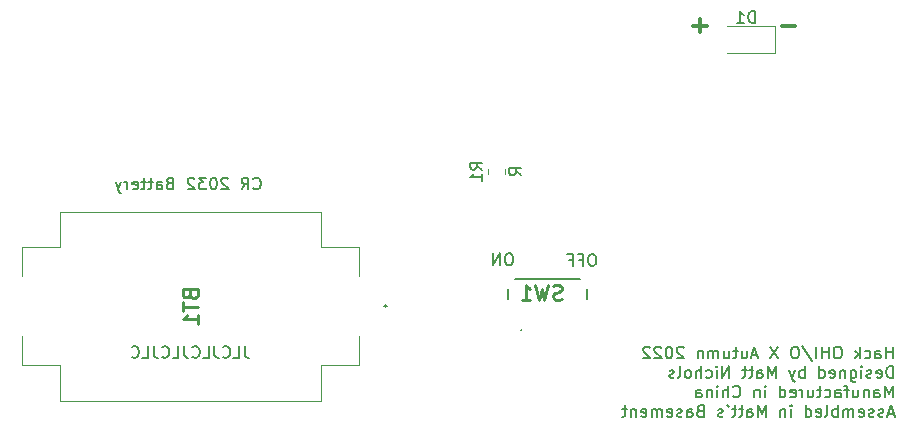
<source format=gbr>
%TF.GenerationSoftware,KiCad,Pcbnew,(5.1.10)-1*%
%TF.CreationDate,2022-09-07T22:56:21-04:00*%
%TF.ProjectId,HACK Badges,4841434b-2042-4616-9467-65732e6b6963,rev?*%
%TF.SameCoordinates,Original*%
%TF.FileFunction,Legend,Bot*%
%TF.FilePolarity,Positive*%
%FSLAX46Y46*%
G04 Gerber Fmt 4.6, Leading zero omitted, Abs format (unit mm)*
G04 Created by KiCad (PCBNEW (5.1.10)-1) date 2022-09-07 22:56:21*
%MOMM*%
%LPD*%
G01*
G04 APERTURE LIST*
%ADD10C,0.150000*%
%ADD11C,0.300000*%
%ADD12C,0.200000*%
%ADD13C,0.100000*%
%ADD14C,0.120000*%
%ADD15C,0.254000*%
G04 APERTURE END LIST*
D10*
X152459047Y-126472380D02*
X152459047Y-127186666D01*
X152506666Y-127329523D01*
X152601904Y-127424761D01*
X152744761Y-127472380D01*
X152840000Y-127472380D01*
X151506666Y-127472380D02*
X151982857Y-127472380D01*
X151982857Y-126472380D01*
X150601904Y-127377142D02*
X150649523Y-127424761D01*
X150792380Y-127472380D01*
X150887619Y-127472380D01*
X151030476Y-127424761D01*
X151125714Y-127329523D01*
X151173333Y-127234285D01*
X151220952Y-127043809D01*
X151220952Y-126900952D01*
X151173333Y-126710476D01*
X151125714Y-126615238D01*
X151030476Y-126520000D01*
X150887619Y-126472380D01*
X150792380Y-126472380D01*
X150649523Y-126520000D01*
X150601904Y-126567619D01*
X149887619Y-126472380D02*
X149887619Y-127186666D01*
X149935238Y-127329523D01*
X150030476Y-127424761D01*
X150173333Y-127472380D01*
X150268571Y-127472380D01*
X148935238Y-127472380D02*
X149411428Y-127472380D01*
X149411428Y-126472380D01*
X148030476Y-127377142D02*
X148078095Y-127424761D01*
X148220952Y-127472380D01*
X148316190Y-127472380D01*
X148459047Y-127424761D01*
X148554285Y-127329523D01*
X148601904Y-127234285D01*
X148649523Y-127043809D01*
X148649523Y-126900952D01*
X148601904Y-126710476D01*
X148554285Y-126615238D01*
X148459047Y-126520000D01*
X148316190Y-126472380D01*
X148220952Y-126472380D01*
X148078095Y-126520000D01*
X148030476Y-126567619D01*
X147316190Y-126472380D02*
X147316190Y-127186666D01*
X147363809Y-127329523D01*
X147459047Y-127424761D01*
X147601904Y-127472380D01*
X147697142Y-127472380D01*
X146363809Y-127472380D02*
X146840000Y-127472380D01*
X146840000Y-126472380D01*
X145459047Y-127377142D02*
X145506666Y-127424761D01*
X145649523Y-127472380D01*
X145744761Y-127472380D01*
X145887619Y-127424761D01*
X145982857Y-127329523D01*
X146030476Y-127234285D01*
X146078095Y-127043809D01*
X146078095Y-126900952D01*
X146030476Y-126710476D01*
X145982857Y-126615238D01*
X145887619Y-126520000D01*
X145744761Y-126472380D01*
X145649523Y-126472380D01*
X145506666Y-126520000D01*
X145459047Y-126567619D01*
X144744761Y-126472380D02*
X144744761Y-127186666D01*
X144792380Y-127329523D01*
X144887619Y-127424761D01*
X145030476Y-127472380D01*
X145125714Y-127472380D01*
X143792380Y-127472380D02*
X144268571Y-127472380D01*
X144268571Y-126472380D01*
X142887619Y-127377142D02*
X142935238Y-127424761D01*
X143078095Y-127472380D01*
X143173333Y-127472380D01*
X143316190Y-127424761D01*
X143411428Y-127329523D01*
X143459047Y-127234285D01*
X143506666Y-127043809D01*
X143506666Y-126900952D01*
X143459047Y-126710476D01*
X143411428Y-126615238D01*
X143316190Y-126520000D01*
X143173333Y-126472380D01*
X143078095Y-126472380D01*
X142935238Y-126520000D01*
X142887619Y-126567619D01*
D11*
X199061428Y-99397142D02*
X197918571Y-99397142D01*
X191581428Y-99337142D02*
X190438571Y-99337142D01*
X191010000Y-99908571D02*
X191010000Y-98765714D01*
D10*
X153190000Y-113097142D02*
X153237619Y-113144761D01*
X153380476Y-113192380D01*
X153475714Y-113192380D01*
X153618571Y-113144761D01*
X153713809Y-113049523D01*
X153761428Y-112954285D01*
X153809047Y-112763809D01*
X153809047Y-112620952D01*
X153761428Y-112430476D01*
X153713809Y-112335238D01*
X153618571Y-112240000D01*
X153475714Y-112192380D01*
X153380476Y-112192380D01*
X153237619Y-112240000D01*
X153190000Y-112287619D01*
X152190000Y-113192380D02*
X152523333Y-112716190D01*
X152761428Y-113192380D02*
X152761428Y-112192380D01*
X152380476Y-112192380D01*
X152285238Y-112240000D01*
X152237619Y-112287619D01*
X152190000Y-112382857D01*
X152190000Y-112525714D01*
X152237619Y-112620952D01*
X152285238Y-112668571D01*
X152380476Y-112716190D01*
X152761428Y-112716190D01*
X151047142Y-112287619D02*
X150999523Y-112240000D01*
X150904285Y-112192380D01*
X150666190Y-112192380D01*
X150570952Y-112240000D01*
X150523333Y-112287619D01*
X150475714Y-112382857D01*
X150475714Y-112478095D01*
X150523333Y-112620952D01*
X151094761Y-113192380D01*
X150475714Y-113192380D01*
X149856666Y-112192380D02*
X149761428Y-112192380D01*
X149666190Y-112240000D01*
X149618571Y-112287619D01*
X149570952Y-112382857D01*
X149523333Y-112573333D01*
X149523333Y-112811428D01*
X149570952Y-113001904D01*
X149618571Y-113097142D01*
X149666190Y-113144761D01*
X149761428Y-113192380D01*
X149856666Y-113192380D01*
X149951904Y-113144761D01*
X149999523Y-113097142D01*
X150047142Y-113001904D01*
X150094761Y-112811428D01*
X150094761Y-112573333D01*
X150047142Y-112382857D01*
X149999523Y-112287619D01*
X149951904Y-112240000D01*
X149856666Y-112192380D01*
X149190000Y-112192380D02*
X148570952Y-112192380D01*
X148904285Y-112573333D01*
X148761428Y-112573333D01*
X148666190Y-112620952D01*
X148618571Y-112668571D01*
X148570952Y-112763809D01*
X148570952Y-113001904D01*
X148618571Y-113097142D01*
X148666190Y-113144761D01*
X148761428Y-113192380D01*
X149047142Y-113192380D01*
X149142380Y-113144761D01*
X149190000Y-113097142D01*
X148190000Y-112287619D02*
X148142380Y-112240000D01*
X148047142Y-112192380D01*
X147809047Y-112192380D01*
X147713809Y-112240000D01*
X147666190Y-112287619D01*
X147618571Y-112382857D01*
X147618571Y-112478095D01*
X147666190Y-112620952D01*
X148237619Y-113192380D01*
X147618571Y-113192380D01*
X146094761Y-112668571D02*
X145951904Y-112716190D01*
X145904285Y-112763809D01*
X145856666Y-112859047D01*
X145856666Y-113001904D01*
X145904285Y-113097142D01*
X145951904Y-113144761D01*
X146047142Y-113192380D01*
X146428095Y-113192380D01*
X146428095Y-112192380D01*
X146094761Y-112192380D01*
X145999523Y-112240000D01*
X145951904Y-112287619D01*
X145904285Y-112382857D01*
X145904285Y-112478095D01*
X145951904Y-112573333D01*
X145999523Y-112620952D01*
X146094761Y-112668571D01*
X146428095Y-112668571D01*
X144999523Y-113192380D02*
X144999523Y-112668571D01*
X145047142Y-112573333D01*
X145142380Y-112525714D01*
X145332857Y-112525714D01*
X145428095Y-112573333D01*
X144999523Y-113144761D02*
X145094761Y-113192380D01*
X145332857Y-113192380D01*
X145428095Y-113144761D01*
X145475714Y-113049523D01*
X145475714Y-112954285D01*
X145428095Y-112859047D01*
X145332857Y-112811428D01*
X145094761Y-112811428D01*
X144999523Y-112763809D01*
X144666190Y-112525714D02*
X144285238Y-112525714D01*
X144523333Y-112192380D02*
X144523333Y-113049523D01*
X144475714Y-113144761D01*
X144380476Y-113192380D01*
X144285238Y-113192380D01*
X144094761Y-112525714D02*
X143713809Y-112525714D01*
X143951904Y-112192380D02*
X143951904Y-113049523D01*
X143904285Y-113144761D01*
X143809047Y-113192380D01*
X143713809Y-113192380D01*
X142999523Y-113144761D02*
X143094761Y-113192380D01*
X143285238Y-113192380D01*
X143380476Y-113144761D01*
X143428095Y-113049523D01*
X143428095Y-112668571D01*
X143380476Y-112573333D01*
X143285238Y-112525714D01*
X143094761Y-112525714D01*
X142999523Y-112573333D01*
X142951904Y-112668571D01*
X142951904Y-112763809D01*
X143428095Y-112859047D01*
X142523333Y-113192380D02*
X142523333Y-112525714D01*
X142523333Y-112716190D02*
X142475714Y-112620952D01*
X142428095Y-112573333D01*
X142332857Y-112525714D01*
X142237619Y-112525714D01*
X141999523Y-112525714D02*
X141761428Y-113192380D01*
X141523333Y-112525714D02*
X141761428Y-113192380D01*
X141856666Y-113430476D01*
X141904285Y-113478095D01*
X141999523Y-113525714D01*
X181972380Y-118672380D02*
X181781904Y-118672380D01*
X181686666Y-118720000D01*
X181591428Y-118815238D01*
X181543809Y-119005714D01*
X181543809Y-119339047D01*
X181591428Y-119529523D01*
X181686666Y-119624761D01*
X181781904Y-119672380D01*
X181972380Y-119672380D01*
X182067619Y-119624761D01*
X182162857Y-119529523D01*
X182210476Y-119339047D01*
X182210476Y-119005714D01*
X182162857Y-118815238D01*
X182067619Y-118720000D01*
X181972380Y-118672380D01*
X180781904Y-119148571D02*
X181115238Y-119148571D01*
X181115238Y-119672380D02*
X181115238Y-118672380D01*
X180639047Y-118672380D01*
X179924761Y-119148571D02*
X180258095Y-119148571D01*
X180258095Y-119672380D02*
X180258095Y-118672380D01*
X179781904Y-118672380D01*
X174929047Y-118612380D02*
X174738571Y-118612380D01*
X174643333Y-118660000D01*
X174548095Y-118755238D01*
X174500476Y-118945714D01*
X174500476Y-119279047D01*
X174548095Y-119469523D01*
X174643333Y-119564761D01*
X174738571Y-119612380D01*
X174929047Y-119612380D01*
X175024285Y-119564761D01*
X175119523Y-119469523D01*
X175167142Y-119279047D01*
X175167142Y-118945714D01*
X175119523Y-118755238D01*
X175024285Y-118660000D01*
X174929047Y-118612380D01*
X174071904Y-119612380D02*
X174071904Y-118612380D01*
X173500476Y-119612380D01*
X173500476Y-118612380D01*
X207334404Y-127507380D02*
X207334404Y-126507380D01*
X207334404Y-126983571D02*
X206762976Y-126983571D01*
X206762976Y-127507380D02*
X206762976Y-126507380D01*
X205858214Y-127507380D02*
X205858214Y-126983571D01*
X205905833Y-126888333D01*
X206001071Y-126840714D01*
X206191547Y-126840714D01*
X206286785Y-126888333D01*
X205858214Y-127459761D02*
X205953452Y-127507380D01*
X206191547Y-127507380D01*
X206286785Y-127459761D01*
X206334404Y-127364523D01*
X206334404Y-127269285D01*
X206286785Y-127174047D01*
X206191547Y-127126428D01*
X205953452Y-127126428D01*
X205858214Y-127078809D01*
X204953452Y-127459761D02*
X205048690Y-127507380D01*
X205239166Y-127507380D01*
X205334404Y-127459761D01*
X205382023Y-127412142D01*
X205429642Y-127316904D01*
X205429642Y-127031190D01*
X205382023Y-126935952D01*
X205334404Y-126888333D01*
X205239166Y-126840714D01*
X205048690Y-126840714D01*
X204953452Y-126888333D01*
X204524880Y-127507380D02*
X204524880Y-126507380D01*
X204429642Y-127126428D02*
X204143928Y-127507380D01*
X204143928Y-126840714D02*
X204524880Y-127221666D01*
X202762976Y-126507380D02*
X202572500Y-126507380D01*
X202477261Y-126555000D01*
X202382023Y-126650238D01*
X202334404Y-126840714D01*
X202334404Y-127174047D01*
X202382023Y-127364523D01*
X202477261Y-127459761D01*
X202572500Y-127507380D01*
X202762976Y-127507380D01*
X202858214Y-127459761D01*
X202953452Y-127364523D01*
X203001071Y-127174047D01*
X203001071Y-126840714D01*
X202953452Y-126650238D01*
X202858214Y-126555000D01*
X202762976Y-126507380D01*
X201905833Y-127507380D02*
X201905833Y-126507380D01*
X201905833Y-126983571D02*
X201334404Y-126983571D01*
X201334404Y-127507380D02*
X201334404Y-126507380D01*
X200858214Y-127507380D02*
X200858214Y-126507380D01*
X199667738Y-126459761D02*
X200524880Y-127745476D01*
X199143928Y-126507380D02*
X198953452Y-126507380D01*
X198858214Y-126555000D01*
X198762976Y-126650238D01*
X198715357Y-126840714D01*
X198715357Y-127174047D01*
X198762976Y-127364523D01*
X198858214Y-127459761D01*
X198953452Y-127507380D01*
X199143928Y-127507380D01*
X199239166Y-127459761D01*
X199334404Y-127364523D01*
X199382023Y-127174047D01*
X199382023Y-126840714D01*
X199334404Y-126650238D01*
X199239166Y-126555000D01*
X199143928Y-126507380D01*
X197620119Y-126507380D02*
X196953452Y-127507380D01*
X196953452Y-126507380D02*
X197620119Y-127507380D01*
X195858214Y-127221666D02*
X195382023Y-127221666D01*
X195953452Y-127507380D02*
X195620119Y-126507380D01*
X195286785Y-127507380D01*
X194524880Y-126840714D02*
X194524880Y-127507380D01*
X194953452Y-126840714D02*
X194953452Y-127364523D01*
X194905833Y-127459761D01*
X194810595Y-127507380D01*
X194667738Y-127507380D01*
X194572500Y-127459761D01*
X194524880Y-127412142D01*
X194191547Y-126840714D02*
X193810595Y-126840714D01*
X194048690Y-126507380D02*
X194048690Y-127364523D01*
X194001071Y-127459761D01*
X193905833Y-127507380D01*
X193810595Y-127507380D01*
X193048690Y-126840714D02*
X193048690Y-127507380D01*
X193477261Y-126840714D02*
X193477261Y-127364523D01*
X193429642Y-127459761D01*
X193334404Y-127507380D01*
X193191547Y-127507380D01*
X193096309Y-127459761D01*
X193048690Y-127412142D01*
X192572500Y-127507380D02*
X192572500Y-126840714D01*
X192572500Y-126935952D02*
X192524880Y-126888333D01*
X192429642Y-126840714D01*
X192286785Y-126840714D01*
X192191547Y-126888333D01*
X192143928Y-126983571D01*
X192143928Y-127507380D01*
X192143928Y-126983571D02*
X192096309Y-126888333D01*
X192001071Y-126840714D01*
X191858214Y-126840714D01*
X191762976Y-126888333D01*
X191715357Y-126983571D01*
X191715357Y-127507380D01*
X191239166Y-126840714D02*
X191239166Y-127507380D01*
X191239166Y-126935952D02*
X191191547Y-126888333D01*
X191096309Y-126840714D01*
X190953452Y-126840714D01*
X190858214Y-126888333D01*
X190810595Y-126983571D01*
X190810595Y-127507380D01*
X189620119Y-126602619D02*
X189572500Y-126555000D01*
X189477261Y-126507380D01*
X189239166Y-126507380D01*
X189143928Y-126555000D01*
X189096309Y-126602619D01*
X189048690Y-126697857D01*
X189048690Y-126793095D01*
X189096309Y-126935952D01*
X189667738Y-127507380D01*
X189048690Y-127507380D01*
X188429642Y-126507380D02*
X188334404Y-126507380D01*
X188239166Y-126555000D01*
X188191547Y-126602619D01*
X188143928Y-126697857D01*
X188096309Y-126888333D01*
X188096309Y-127126428D01*
X188143928Y-127316904D01*
X188191547Y-127412142D01*
X188239166Y-127459761D01*
X188334404Y-127507380D01*
X188429642Y-127507380D01*
X188524880Y-127459761D01*
X188572500Y-127412142D01*
X188620119Y-127316904D01*
X188667738Y-127126428D01*
X188667738Y-126888333D01*
X188620119Y-126697857D01*
X188572500Y-126602619D01*
X188524880Y-126555000D01*
X188429642Y-126507380D01*
X187715357Y-126602619D02*
X187667738Y-126555000D01*
X187572500Y-126507380D01*
X187334404Y-126507380D01*
X187239166Y-126555000D01*
X187191547Y-126602619D01*
X187143928Y-126697857D01*
X187143928Y-126793095D01*
X187191547Y-126935952D01*
X187762976Y-127507380D01*
X187143928Y-127507380D01*
X186762976Y-126602619D02*
X186715357Y-126555000D01*
X186620119Y-126507380D01*
X186382023Y-126507380D01*
X186286785Y-126555000D01*
X186239166Y-126602619D01*
X186191547Y-126697857D01*
X186191547Y-126793095D01*
X186239166Y-126935952D01*
X186810595Y-127507380D01*
X186191547Y-127507380D01*
X207334404Y-129157380D02*
X207334404Y-128157380D01*
X207096309Y-128157380D01*
X206953452Y-128205000D01*
X206858214Y-128300238D01*
X206810595Y-128395476D01*
X206762976Y-128585952D01*
X206762976Y-128728809D01*
X206810595Y-128919285D01*
X206858214Y-129014523D01*
X206953452Y-129109761D01*
X207096309Y-129157380D01*
X207334404Y-129157380D01*
X205953452Y-129109761D02*
X206048690Y-129157380D01*
X206239166Y-129157380D01*
X206334404Y-129109761D01*
X206382023Y-129014523D01*
X206382023Y-128633571D01*
X206334404Y-128538333D01*
X206239166Y-128490714D01*
X206048690Y-128490714D01*
X205953452Y-128538333D01*
X205905833Y-128633571D01*
X205905833Y-128728809D01*
X206382023Y-128824047D01*
X205524880Y-129109761D02*
X205429642Y-129157380D01*
X205239166Y-129157380D01*
X205143928Y-129109761D01*
X205096309Y-129014523D01*
X205096309Y-128966904D01*
X205143928Y-128871666D01*
X205239166Y-128824047D01*
X205382023Y-128824047D01*
X205477261Y-128776428D01*
X205524880Y-128681190D01*
X205524880Y-128633571D01*
X205477261Y-128538333D01*
X205382023Y-128490714D01*
X205239166Y-128490714D01*
X205143928Y-128538333D01*
X204667738Y-129157380D02*
X204667738Y-128490714D01*
X204667738Y-128157380D02*
X204715357Y-128205000D01*
X204667738Y-128252619D01*
X204620119Y-128205000D01*
X204667738Y-128157380D01*
X204667738Y-128252619D01*
X203762976Y-128490714D02*
X203762976Y-129300238D01*
X203810595Y-129395476D01*
X203858214Y-129443095D01*
X203953452Y-129490714D01*
X204096309Y-129490714D01*
X204191547Y-129443095D01*
X203762976Y-129109761D02*
X203858214Y-129157380D01*
X204048690Y-129157380D01*
X204143928Y-129109761D01*
X204191547Y-129062142D01*
X204239166Y-128966904D01*
X204239166Y-128681190D01*
X204191547Y-128585952D01*
X204143928Y-128538333D01*
X204048690Y-128490714D01*
X203858214Y-128490714D01*
X203762976Y-128538333D01*
X203286785Y-128490714D02*
X203286785Y-129157380D01*
X203286785Y-128585952D02*
X203239166Y-128538333D01*
X203143928Y-128490714D01*
X203001071Y-128490714D01*
X202905833Y-128538333D01*
X202858214Y-128633571D01*
X202858214Y-129157380D01*
X202001071Y-129109761D02*
X202096309Y-129157380D01*
X202286785Y-129157380D01*
X202382023Y-129109761D01*
X202429642Y-129014523D01*
X202429642Y-128633571D01*
X202382023Y-128538333D01*
X202286785Y-128490714D01*
X202096309Y-128490714D01*
X202001071Y-128538333D01*
X201953452Y-128633571D01*
X201953452Y-128728809D01*
X202429642Y-128824047D01*
X201096309Y-129157380D02*
X201096309Y-128157380D01*
X201096309Y-129109761D02*
X201191547Y-129157380D01*
X201382023Y-129157380D01*
X201477261Y-129109761D01*
X201524880Y-129062142D01*
X201572500Y-128966904D01*
X201572500Y-128681190D01*
X201524880Y-128585952D01*
X201477261Y-128538333D01*
X201382023Y-128490714D01*
X201191547Y-128490714D01*
X201096309Y-128538333D01*
X199858214Y-129157380D02*
X199858214Y-128157380D01*
X199858214Y-128538333D02*
X199762976Y-128490714D01*
X199572500Y-128490714D01*
X199477261Y-128538333D01*
X199429642Y-128585952D01*
X199382023Y-128681190D01*
X199382023Y-128966904D01*
X199429642Y-129062142D01*
X199477261Y-129109761D01*
X199572500Y-129157380D01*
X199762976Y-129157380D01*
X199858214Y-129109761D01*
X199048690Y-128490714D02*
X198810595Y-129157380D01*
X198572500Y-128490714D02*
X198810595Y-129157380D01*
X198905833Y-129395476D01*
X198953452Y-129443095D01*
X199048690Y-129490714D01*
X197429642Y-129157380D02*
X197429642Y-128157380D01*
X197096309Y-128871666D01*
X196762976Y-128157380D01*
X196762976Y-129157380D01*
X195858214Y-129157380D02*
X195858214Y-128633571D01*
X195905833Y-128538333D01*
X196001071Y-128490714D01*
X196191547Y-128490714D01*
X196286785Y-128538333D01*
X195858214Y-129109761D02*
X195953452Y-129157380D01*
X196191547Y-129157380D01*
X196286785Y-129109761D01*
X196334404Y-129014523D01*
X196334404Y-128919285D01*
X196286785Y-128824047D01*
X196191547Y-128776428D01*
X195953452Y-128776428D01*
X195858214Y-128728809D01*
X195524880Y-128490714D02*
X195143928Y-128490714D01*
X195382023Y-128157380D02*
X195382023Y-129014523D01*
X195334404Y-129109761D01*
X195239166Y-129157380D01*
X195143928Y-129157380D01*
X194953452Y-128490714D02*
X194572500Y-128490714D01*
X194810595Y-128157380D02*
X194810595Y-129014523D01*
X194762976Y-129109761D01*
X194667738Y-129157380D01*
X194572500Y-129157380D01*
X193477261Y-129157380D02*
X193477261Y-128157380D01*
X192905833Y-129157380D01*
X192905833Y-128157380D01*
X192429642Y-129157380D02*
X192429642Y-128490714D01*
X192429642Y-128157380D02*
X192477261Y-128205000D01*
X192429642Y-128252619D01*
X192382023Y-128205000D01*
X192429642Y-128157380D01*
X192429642Y-128252619D01*
X191524880Y-129109761D02*
X191620119Y-129157380D01*
X191810595Y-129157380D01*
X191905833Y-129109761D01*
X191953452Y-129062142D01*
X192001071Y-128966904D01*
X192001071Y-128681190D01*
X191953452Y-128585952D01*
X191905833Y-128538333D01*
X191810595Y-128490714D01*
X191620119Y-128490714D01*
X191524880Y-128538333D01*
X191096309Y-129157380D02*
X191096309Y-128157380D01*
X190667738Y-129157380D02*
X190667738Y-128633571D01*
X190715357Y-128538333D01*
X190810595Y-128490714D01*
X190953452Y-128490714D01*
X191048690Y-128538333D01*
X191096309Y-128585952D01*
X190048690Y-129157380D02*
X190143928Y-129109761D01*
X190191547Y-129062142D01*
X190239166Y-128966904D01*
X190239166Y-128681190D01*
X190191547Y-128585952D01*
X190143928Y-128538333D01*
X190048690Y-128490714D01*
X189905833Y-128490714D01*
X189810595Y-128538333D01*
X189762976Y-128585952D01*
X189715357Y-128681190D01*
X189715357Y-128966904D01*
X189762976Y-129062142D01*
X189810595Y-129109761D01*
X189905833Y-129157380D01*
X190048690Y-129157380D01*
X189143928Y-129157380D02*
X189239166Y-129109761D01*
X189286785Y-129014523D01*
X189286785Y-128157380D01*
X188810595Y-129109761D02*
X188715357Y-129157380D01*
X188524880Y-129157380D01*
X188429642Y-129109761D01*
X188382023Y-129014523D01*
X188382023Y-128966904D01*
X188429642Y-128871666D01*
X188524880Y-128824047D01*
X188667738Y-128824047D01*
X188762976Y-128776428D01*
X188810595Y-128681190D01*
X188810595Y-128633571D01*
X188762976Y-128538333D01*
X188667738Y-128490714D01*
X188524880Y-128490714D01*
X188429642Y-128538333D01*
X207334404Y-130807380D02*
X207334404Y-129807380D01*
X207001071Y-130521666D01*
X206667738Y-129807380D01*
X206667738Y-130807380D01*
X205762976Y-130807380D02*
X205762976Y-130283571D01*
X205810595Y-130188333D01*
X205905833Y-130140714D01*
X206096309Y-130140714D01*
X206191547Y-130188333D01*
X205762976Y-130759761D02*
X205858214Y-130807380D01*
X206096309Y-130807380D01*
X206191547Y-130759761D01*
X206239166Y-130664523D01*
X206239166Y-130569285D01*
X206191547Y-130474047D01*
X206096309Y-130426428D01*
X205858214Y-130426428D01*
X205762976Y-130378809D01*
X205286785Y-130140714D02*
X205286785Y-130807380D01*
X205286785Y-130235952D02*
X205239166Y-130188333D01*
X205143928Y-130140714D01*
X205001071Y-130140714D01*
X204905833Y-130188333D01*
X204858214Y-130283571D01*
X204858214Y-130807380D01*
X203953452Y-130140714D02*
X203953452Y-130807380D01*
X204382023Y-130140714D02*
X204382023Y-130664523D01*
X204334404Y-130759761D01*
X204239166Y-130807380D01*
X204096309Y-130807380D01*
X204001071Y-130759761D01*
X203953452Y-130712142D01*
X203620119Y-130140714D02*
X203239166Y-130140714D01*
X203477261Y-130807380D02*
X203477261Y-129950238D01*
X203429642Y-129855000D01*
X203334404Y-129807380D01*
X203239166Y-129807380D01*
X202477261Y-130807380D02*
X202477261Y-130283571D01*
X202524880Y-130188333D01*
X202620119Y-130140714D01*
X202810595Y-130140714D01*
X202905833Y-130188333D01*
X202477261Y-130759761D02*
X202572500Y-130807380D01*
X202810595Y-130807380D01*
X202905833Y-130759761D01*
X202953452Y-130664523D01*
X202953452Y-130569285D01*
X202905833Y-130474047D01*
X202810595Y-130426428D01*
X202572500Y-130426428D01*
X202477261Y-130378809D01*
X201572500Y-130759761D02*
X201667738Y-130807380D01*
X201858214Y-130807380D01*
X201953452Y-130759761D01*
X202001071Y-130712142D01*
X202048690Y-130616904D01*
X202048690Y-130331190D01*
X202001071Y-130235952D01*
X201953452Y-130188333D01*
X201858214Y-130140714D01*
X201667738Y-130140714D01*
X201572500Y-130188333D01*
X201286785Y-130140714D02*
X200905833Y-130140714D01*
X201143928Y-129807380D02*
X201143928Y-130664523D01*
X201096309Y-130759761D01*
X201001071Y-130807380D01*
X200905833Y-130807380D01*
X200143928Y-130140714D02*
X200143928Y-130807380D01*
X200572500Y-130140714D02*
X200572500Y-130664523D01*
X200524880Y-130759761D01*
X200429642Y-130807380D01*
X200286785Y-130807380D01*
X200191547Y-130759761D01*
X200143928Y-130712142D01*
X199667738Y-130807380D02*
X199667738Y-130140714D01*
X199667738Y-130331190D02*
X199620119Y-130235952D01*
X199572500Y-130188333D01*
X199477261Y-130140714D01*
X199382023Y-130140714D01*
X198667738Y-130759761D02*
X198762976Y-130807380D01*
X198953452Y-130807380D01*
X199048690Y-130759761D01*
X199096309Y-130664523D01*
X199096309Y-130283571D01*
X199048690Y-130188333D01*
X198953452Y-130140714D01*
X198762976Y-130140714D01*
X198667738Y-130188333D01*
X198620119Y-130283571D01*
X198620119Y-130378809D01*
X199096309Y-130474047D01*
X197762976Y-130807380D02*
X197762976Y-129807380D01*
X197762976Y-130759761D02*
X197858214Y-130807380D01*
X198048690Y-130807380D01*
X198143928Y-130759761D01*
X198191547Y-130712142D01*
X198239166Y-130616904D01*
X198239166Y-130331190D01*
X198191547Y-130235952D01*
X198143928Y-130188333D01*
X198048690Y-130140714D01*
X197858214Y-130140714D01*
X197762976Y-130188333D01*
X196524880Y-130807380D02*
X196524880Y-130140714D01*
X196524880Y-129807380D02*
X196572500Y-129855000D01*
X196524880Y-129902619D01*
X196477261Y-129855000D01*
X196524880Y-129807380D01*
X196524880Y-129902619D01*
X196048690Y-130140714D02*
X196048690Y-130807380D01*
X196048690Y-130235952D02*
X196001071Y-130188333D01*
X195905833Y-130140714D01*
X195762976Y-130140714D01*
X195667738Y-130188333D01*
X195620119Y-130283571D01*
X195620119Y-130807380D01*
X193810595Y-130712142D02*
X193858214Y-130759761D01*
X194001071Y-130807380D01*
X194096309Y-130807380D01*
X194239166Y-130759761D01*
X194334404Y-130664523D01*
X194382023Y-130569285D01*
X194429642Y-130378809D01*
X194429642Y-130235952D01*
X194382023Y-130045476D01*
X194334404Y-129950238D01*
X194239166Y-129855000D01*
X194096309Y-129807380D01*
X194001071Y-129807380D01*
X193858214Y-129855000D01*
X193810595Y-129902619D01*
X193382023Y-130807380D02*
X193382023Y-129807380D01*
X192953452Y-130807380D02*
X192953452Y-130283571D01*
X193001071Y-130188333D01*
X193096309Y-130140714D01*
X193239166Y-130140714D01*
X193334404Y-130188333D01*
X193382023Y-130235952D01*
X192477261Y-130807380D02*
X192477261Y-130140714D01*
X192477261Y-129807380D02*
X192524880Y-129855000D01*
X192477261Y-129902619D01*
X192429642Y-129855000D01*
X192477261Y-129807380D01*
X192477261Y-129902619D01*
X192001071Y-130140714D02*
X192001071Y-130807380D01*
X192001071Y-130235952D02*
X191953452Y-130188333D01*
X191858214Y-130140714D01*
X191715357Y-130140714D01*
X191620119Y-130188333D01*
X191572500Y-130283571D01*
X191572500Y-130807380D01*
X190667738Y-130807380D02*
X190667738Y-130283571D01*
X190715357Y-130188333D01*
X190810595Y-130140714D01*
X191001071Y-130140714D01*
X191096309Y-130188333D01*
X190667738Y-130759761D02*
X190762976Y-130807380D01*
X191001071Y-130807380D01*
X191096309Y-130759761D01*
X191143928Y-130664523D01*
X191143928Y-130569285D01*
X191096309Y-130474047D01*
X191001071Y-130426428D01*
X190762976Y-130426428D01*
X190667738Y-130378809D01*
X207382023Y-132171666D02*
X206905833Y-132171666D01*
X207477261Y-132457380D02*
X207143928Y-131457380D01*
X206810595Y-132457380D01*
X206524880Y-132409761D02*
X206429642Y-132457380D01*
X206239166Y-132457380D01*
X206143928Y-132409761D01*
X206096309Y-132314523D01*
X206096309Y-132266904D01*
X206143928Y-132171666D01*
X206239166Y-132124047D01*
X206382023Y-132124047D01*
X206477261Y-132076428D01*
X206524880Y-131981190D01*
X206524880Y-131933571D01*
X206477261Y-131838333D01*
X206382023Y-131790714D01*
X206239166Y-131790714D01*
X206143928Y-131838333D01*
X205715357Y-132409761D02*
X205620119Y-132457380D01*
X205429642Y-132457380D01*
X205334404Y-132409761D01*
X205286785Y-132314523D01*
X205286785Y-132266904D01*
X205334404Y-132171666D01*
X205429642Y-132124047D01*
X205572500Y-132124047D01*
X205667738Y-132076428D01*
X205715357Y-131981190D01*
X205715357Y-131933571D01*
X205667738Y-131838333D01*
X205572500Y-131790714D01*
X205429642Y-131790714D01*
X205334404Y-131838333D01*
X204477261Y-132409761D02*
X204572500Y-132457380D01*
X204762976Y-132457380D01*
X204858214Y-132409761D01*
X204905833Y-132314523D01*
X204905833Y-131933571D01*
X204858214Y-131838333D01*
X204762976Y-131790714D01*
X204572500Y-131790714D01*
X204477261Y-131838333D01*
X204429642Y-131933571D01*
X204429642Y-132028809D01*
X204905833Y-132124047D01*
X204001071Y-132457380D02*
X204001071Y-131790714D01*
X204001071Y-131885952D02*
X203953452Y-131838333D01*
X203858214Y-131790714D01*
X203715357Y-131790714D01*
X203620119Y-131838333D01*
X203572500Y-131933571D01*
X203572500Y-132457380D01*
X203572500Y-131933571D02*
X203524880Y-131838333D01*
X203429642Y-131790714D01*
X203286785Y-131790714D01*
X203191547Y-131838333D01*
X203143928Y-131933571D01*
X203143928Y-132457380D01*
X202667738Y-132457380D02*
X202667738Y-131457380D01*
X202667738Y-131838333D02*
X202572500Y-131790714D01*
X202382023Y-131790714D01*
X202286785Y-131838333D01*
X202239166Y-131885952D01*
X202191547Y-131981190D01*
X202191547Y-132266904D01*
X202239166Y-132362142D01*
X202286785Y-132409761D01*
X202382023Y-132457380D01*
X202572500Y-132457380D01*
X202667738Y-132409761D01*
X201620119Y-132457380D02*
X201715357Y-132409761D01*
X201762976Y-132314523D01*
X201762976Y-131457380D01*
X200858214Y-132409761D02*
X200953452Y-132457380D01*
X201143928Y-132457380D01*
X201239166Y-132409761D01*
X201286785Y-132314523D01*
X201286785Y-131933571D01*
X201239166Y-131838333D01*
X201143928Y-131790714D01*
X200953452Y-131790714D01*
X200858214Y-131838333D01*
X200810595Y-131933571D01*
X200810595Y-132028809D01*
X201286785Y-132124047D01*
X199953452Y-132457380D02*
X199953452Y-131457380D01*
X199953452Y-132409761D02*
X200048690Y-132457380D01*
X200239166Y-132457380D01*
X200334404Y-132409761D01*
X200382023Y-132362142D01*
X200429642Y-132266904D01*
X200429642Y-131981190D01*
X200382023Y-131885952D01*
X200334404Y-131838333D01*
X200239166Y-131790714D01*
X200048690Y-131790714D01*
X199953452Y-131838333D01*
X198715357Y-132457380D02*
X198715357Y-131790714D01*
X198715357Y-131457380D02*
X198762976Y-131505000D01*
X198715357Y-131552619D01*
X198667738Y-131505000D01*
X198715357Y-131457380D01*
X198715357Y-131552619D01*
X198239166Y-131790714D02*
X198239166Y-132457380D01*
X198239166Y-131885952D02*
X198191547Y-131838333D01*
X198096309Y-131790714D01*
X197953452Y-131790714D01*
X197858214Y-131838333D01*
X197810595Y-131933571D01*
X197810595Y-132457380D01*
X196572500Y-132457380D02*
X196572500Y-131457380D01*
X196239166Y-132171666D01*
X195905833Y-131457380D01*
X195905833Y-132457380D01*
X195001071Y-132457380D02*
X195001071Y-131933571D01*
X195048690Y-131838333D01*
X195143928Y-131790714D01*
X195334404Y-131790714D01*
X195429642Y-131838333D01*
X195001071Y-132409761D02*
X195096309Y-132457380D01*
X195334404Y-132457380D01*
X195429642Y-132409761D01*
X195477261Y-132314523D01*
X195477261Y-132219285D01*
X195429642Y-132124047D01*
X195334404Y-132076428D01*
X195096309Y-132076428D01*
X195001071Y-132028809D01*
X194667738Y-131790714D02*
X194286785Y-131790714D01*
X194524880Y-131457380D02*
X194524880Y-132314523D01*
X194477261Y-132409761D01*
X194382023Y-132457380D01*
X194286785Y-132457380D01*
X194096309Y-131790714D02*
X193715357Y-131790714D01*
X193953452Y-131457380D02*
X193953452Y-132314523D01*
X193905833Y-132409761D01*
X193810595Y-132457380D01*
X193715357Y-132457380D01*
X193334404Y-131457380D02*
X193429642Y-131647857D01*
X192953452Y-132409761D02*
X192858214Y-132457380D01*
X192667738Y-132457380D01*
X192572500Y-132409761D01*
X192524880Y-132314523D01*
X192524880Y-132266904D01*
X192572500Y-132171666D01*
X192667738Y-132124047D01*
X192810595Y-132124047D01*
X192905833Y-132076428D01*
X192953452Y-131981190D01*
X192953452Y-131933571D01*
X192905833Y-131838333D01*
X192810595Y-131790714D01*
X192667738Y-131790714D01*
X192572500Y-131838333D01*
X191001071Y-131933571D02*
X190858214Y-131981190D01*
X190810595Y-132028809D01*
X190762976Y-132124047D01*
X190762976Y-132266904D01*
X190810595Y-132362142D01*
X190858214Y-132409761D01*
X190953452Y-132457380D01*
X191334404Y-132457380D01*
X191334404Y-131457380D01*
X191001071Y-131457380D01*
X190905833Y-131505000D01*
X190858214Y-131552619D01*
X190810595Y-131647857D01*
X190810595Y-131743095D01*
X190858214Y-131838333D01*
X190905833Y-131885952D01*
X191001071Y-131933571D01*
X191334404Y-131933571D01*
X189905833Y-132457380D02*
X189905833Y-131933571D01*
X189953452Y-131838333D01*
X190048690Y-131790714D01*
X190239166Y-131790714D01*
X190334404Y-131838333D01*
X189905833Y-132409761D02*
X190001071Y-132457380D01*
X190239166Y-132457380D01*
X190334404Y-132409761D01*
X190382023Y-132314523D01*
X190382023Y-132219285D01*
X190334404Y-132124047D01*
X190239166Y-132076428D01*
X190001071Y-132076428D01*
X189905833Y-132028809D01*
X189477261Y-132409761D02*
X189382023Y-132457380D01*
X189191547Y-132457380D01*
X189096309Y-132409761D01*
X189048690Y-132314523D01*
X189048690Y-132266904D01*
X189096309Y-132171666D01*
X189191547Y-132124047D01*
X189334404Y-132124047D01*
X189429642Y-132076428D01*
X189477261Y-131981190D01*
X189477261Y-131933571D01*
X189429642Y-131838333D01*
X189334404Y-131790714D01*
X189191547Y-131790714D01*
X189096309Y-131838333D01*
X188239166Y-132409761D02*
X188334404Y-132457380D01*
X188524880Y-132457380D01*
X188620119Y-132409761D01*
X188667738Y-132314523D01*
X188667738Y-131933571D01*
X188620119Y-131838333D01*
X188524880Y-131790714D01*
X188334404Y-131790714D01*
X188239166Y-131838333D01*
X188191547Y-131933571D01*
X188191547Y-132028809D01*
X188667738Y-132124047D01*
X187762976Y-132457380D02*
X187762976Y-131790714D01*
X187762976Y-131885952D02*
X187715357Y-131838333D01*
X187620119Y-131790714D01*
X187477261Y-131790714D01*
X187382023Y-131838333D01*
X187334404Y-131933571D01*
X187334404Y-132457380D01*
X187334404Y-131933571D02*
X187286785Y-131838333D01*
X187191547Y-131790714D01*
X187048690Y-131790714D01*
X186953452Y-131838333D01*
X186905833Y-131933571D01*
X186905833Y-132457380D01*
X186048690Y-132409761D02*
X186143928Y-132457380D01*
X186334404Y-132457380D01*
X186429642Y-132409761D01*
X186477261Y-132314523D01*
X186477261Y-131933571D01*
X186429642Y-131838333D01*
X186334404Y-131790714D01*
X186143928Y-131790714D01*
X186048690Y-131838333D01*
X186001071Y-131933571D01*
X186001071Y-132028809D01*
X186477261Y-132124047D01*
X185572500Y-131790714D02*
X185572500Y-132457380D01*
X185572500Y-131885952D02*
X185524880Y-131838333D01*
X185429642Y-131790714D01*
X185286785Y-131790714D01*
X185191547Y-131838333D01*
X185143928Y-131933571D01*
X185143928Y-132457380D01*
X184810595Y-131790714D02*
X184429642Y-131790714D01*
X184667738Y-131457380D02*
X184667738Y-132314523D01*
X184620119Y-132409761D01*
X184524880Y-132457380D01*
X184429642Y-132457380D01*
D12*
%TO.C,BT1*%
X164490000Y-123080000D02*
X164490000Y-123080000D01*
X164290000Y-123080000D02*
X164290000Y-123080000D01*
D13*
X162140000Y-118080000D02*
X162140000Y-120540000D01*
X158940000Y-118080000D02*
X162140000Y-118080000D01*
X158940000Y-115080000D02*
X158940000Y-118080000D01*
X136840000Y-115080000D02*
X158940000Y-115080000D01*
X136840000Y-118080000D02*
X136840000Y-115080000D01*
X133640000Y-118080000D02*
X136840000Y-118080000D01*
X133640000Y-120540000D02*
X133640000Y-118080000D01*
X133640000Y-128080000D02*
X133640000Y-125620000D01*
X136840000Y-128080000D02*
X133640000Y-128080000D01*
X136840000Y-128160000D02*
X136840000Y-128080000D01*
X136840000Y-131080000D02*
X136840000Y-128160000D01*
X158940000Y-131080000D02*
X136840000Y-131080000D01*
X158940000Y-128080000D02*
X158940000Y-131080000D01*
X162140000Y-128080000D02*
X158940000Y-128080000D01*
X162140000Y-125620000D02*
X162140000Y-128080000D01*
D12*
X164490000Y-123080000D02*
G75*
G03*
X164290000Y-123080000I-100000J0D01*
G01*
X164290000Y-123080000D02*
G75*
G03*
X164490000Y-123080000I100000J0D01*
G01*
D14*
%TO.C,D1*%
X197370000Y-101605000D02*
X193310000Y-101605000D01*
X197370000Y-99335000D02*
X197370000Y-101605000D01*
X193310000Y-99335000D02*
X197370000Y-99335000D01*
%TO.C,R1*%
X174495000Y-111452936D02*
X174495000Y-111907064D01*
X173025000Y-111452936D02*
X173025000Y-111907064D01*
D12*
%TO.C,SW1*%
X175332000Y-120740000D02*
X180828000Y-120740000D01*
X174730000Y-122440000D02*
X174730000Y-121640000D01*
X181430000Y-122440000D02*
X181430000Y-121640000D01*
X175905060Y-125098000D02*
G75*
G03*
X175905060Y-125098000I-63060J0D01*
G01*
%TO.C,BT1*%
D15*
X147799285Y-122082142D02*
X147859761Y-122263571D01*
X147920238Y-122324047D01*
X148041190Y-122384523D01*
X148222619Y-122384523D01*
X148343571Y-122324047D01*
X148404047Y-122263571D01*
X148464523Y-122142619D01*
X148464523Y-121658809D01*
X147194523Y-121658809D01*
X147194523Y-122082142D01*
X147255000Y-122203095D01*
X147315476Y-122263571D01*
X147436428Y-122324047D01*
X147557380Y-122324047D01*
X147678333Y-122263571D01*
X147738809Y-122203095D01*
X147799285Y-122082142D01*
X147799285Y-121658809D01*
X147194523Y-122747380D02*
X147194523Y-123473095D01*
X148464523Y-123110238D02*
X147194523Y-123110238D01*
X148464523Y-124561666D02*
X148464523Y-123835952D01*
X148464523Y-124198809D02*
X147194523Y-124198809D01*
X147375952Y-124077857D01*
X147496904Y-123956904D01*
X147557380Y-123835952D01*
%TO.C,D1*%
D10*
X195648095Y-99102380D02*
X195648095Y-98102380D01*
X195410000Y-98102380D01*
X195267142Y-98150000D01*
X195171904Y-98245238D01*
X195124285Y-98340476D01*
X195076666Y-98530952D01*
X195076666Y-98673809D01*
X195124285Y-98864285D01*
X195171904Y-98959523D01*
X195267142Y-99054761D01*
X195410000Y-99102380D01*
X195648095Y-99102380D01*
X194124285Y-99102380D02*
X194695714Y-99102380D01*
X194410000Y-99102380D02*
X194410000Y-98102380D01*
X194505238Y-98245238D01*
X194600476Y-98340476D01*
X194695714Y-98388095D01*
%TO.C,R1*%
X172562380Y-111513333D02*
X172086190Y-111180000D01*
X172562380Y-110941904D02*
X171562380Y-110941904D01*
X171562380Y-111322857D01*
X171610000Y-111418095D01*
X171657619Y-111465714D01*
X171752857Y-111513333D01*
X171895714Y-111513333D01*
X171990952Y-111465714D01*
X172038571Y-111418095D01*
X172086190Y-111322857D01*
X172086190Y-110941904D01*
X172562380Y-112465714D02*
X172562380Y-111894285D01*
X172562380Y-112180000D02*
X171562380Y-112180000D01*
X171705238Y-112084761D01*
X171800476Y-111989523D01*
X171848095Y-111894285D01*
X175862380Y-111989523D02*
X175386190Y-111656190D01*
X175862380Y-111418095D02*
X174862380Y-111418095D01*
X174862380Y-111799047D01*
X174910000Y-111894285D01*
X174957619Y-111941904D01*
X175052857Y-111989523D01*
X175195714Y-111989523D01*
X175290952Y-111941904D01*
X175338571Y-111894285D01*
X175386190Y-111799047D01*
X175386190Y-111418095D01*
%TO.C,SW1*%
D15*
X179292543Y-122481477D02*
X179111114Y-122541953D01*
X178808733Y-122541953D01*
X178687781Y-122481477D01*
X178627305Y-122421001D01*
X178566829Y-122300049D01*
X178566829Y-122179096D01*
X178627305Y-122058144D01*
X178687781Y-121997668D01*
X178808733Y-121937191D01*
X179050638Y-121876715D01*
X179171590Y-121816239D01*
X179232067Y-121755763D01*
X179292543Y-121634810D01*
X179292543Y-121513858D01*
X179232067Y-121392906D01*
X179171590Y-121332430D01*
X179050638Y-121271953D01*
X178748257Y-121271953D01*
X178566829Y-121332430D01*
X178143495Y-121271953D02*
X177841114Y-122541953D01*
X177599210Y-121634810D01*
X177357305Y-122541953D01*
X177054924Y-121271953D01*
X175905876Y-122541953D02*
X176631590Y-122541953D01*
X176268733Y-122541953D02*
X176268733Y-121271953D01*
X176389686Y-121453382D01*
X176510638Y-121574334D01*
X176631590Y-121634810D01*
%TD*%
M02*

</source>
